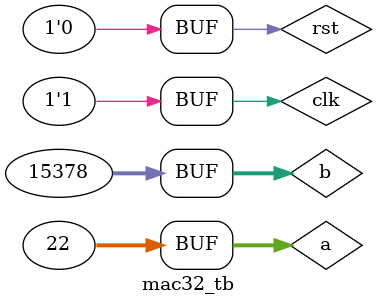
<source format=v>

module mac32_tb;


  reg [31:0] a, b;
  reg clk, rst;
  wire [63:0] p;


  mac32 dut(
    .a(a),
    .b(b),
    .p(p),
    .clk(clk),
    .rst(rst)
  );


  initial begin
    clk = 0;
    rst = 1;
    a=0;
    b=0;
    #8;
    rst = 0;
    
  end

 
 initial
 begin
 repeat(10)
 begin
 #5 clk=0;
 #5 clk=1;
 end
 end
 
 
 initial
 begin
 #17 a=32'd5;   b=32'd6;
 #10 a=32'd12;  b=32'd5;  
 #10 a=32'd10;  b=32'd10;
 #10 a=32'd4;  b=32'd2;
 #10 a=32'd5;  b=32'd150;
 #10 a=32'd2;  b=32'd15;
 
  #10 a=32'd451;  b=32'd123;
 #10 a=32'd12;  b=32'd1680;
 #10 a=32'd22;  b=32'd15378;
// #15 $finish;
 end


endmodule

</source>
